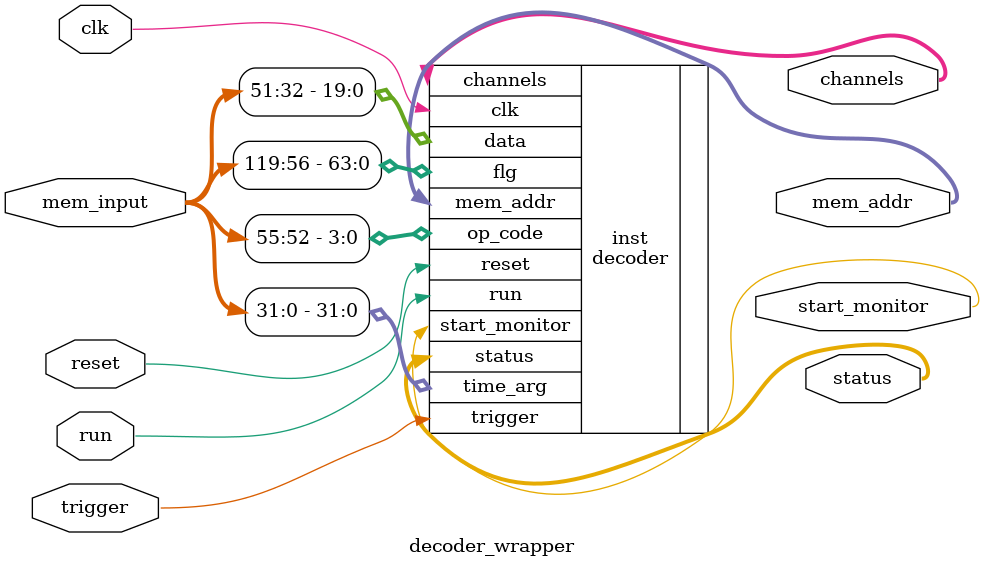
<source format=v>
`timescale 1ns / 1ps


module decoder_wrapper(
    clk, // input
    run, // input
    trigger, // input
    reset, // input 
    mem_input, // input
//    flg, // input
//    op_code, // input
//    data, // input
//    time_arg, // input
    channels, // output
    status, // output
    mem_addr, // output
    start_monitor //output
    );
    
parameter ADDR_SIZE = 15;
input clk;
input run;
input trigger;
input reset;
input [119:0] mem_input;
//input [23:0] flg;
//input [3:0] op_code;
//input [19:0] data;
//input [31:0] time_arg;
output [63:0] channels;
output [3:0] status;
output [ADDR_SIZE-1:0] mem_addr;
output start_monitor;




decoder #(.ADDR_SIZE(ADDR_SIZE)) inst (
    .clk(clk), // input
    .run(run), // input
    .trigger(trigger), // input
    .reset(reset), // input 
    .flg(mem_input [119:56]), // input
    .op_code(mem_input [55:52]), // input
    .data(mem_input [51:32]), // input
    .time_arg(mem_input [31:0]), // input
    .channels(channels), // output
    .status(status), // output
    .mem_addr(mem_addr), // output
    .start_monitor(start_monitor) 
    );



endmodule

</source>
